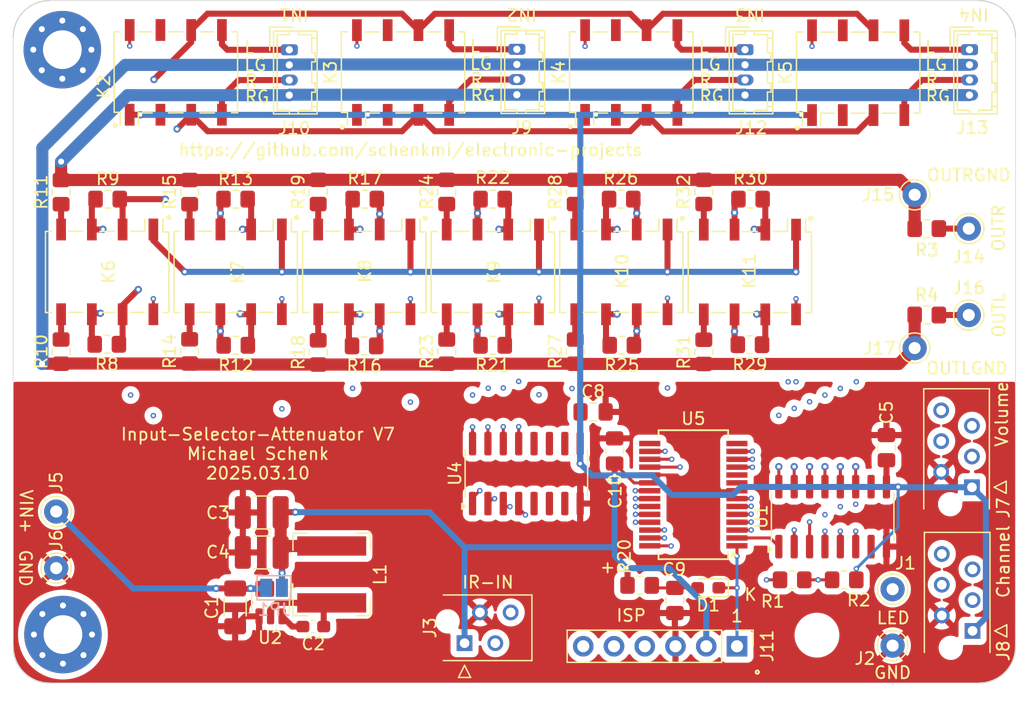
<source format=kicad_pcb>
(kicad_pcb (version 20241229) (generator "pcbnew") (generator_version "9.0")
  (layers (0 "F.Cu" mixed) (4 "In1.Cu" signal) (6 "In2.Cu" signal) (2 "B.Cu" mixed) (13 "F.Paste" user) (15 "B.Paste" user) (5 "F.SilkS" user "F.Silkscreen") (7 "B.SilkS" user "B.Silkscreen") (1 "F.Mask" user) (3 "B.Mask" user) (25 "Edge.Cuts" user))
  (net 0 "")
  (net 1 "GND")
  (net 2 "+5V")
  (net 3 "/VIN")
  (net 4 "/SWOUT")
  (net 5 "RC0{slash}CHA")
  (net 6 "Net-(J1-Pin_1)")
  (net 7 "RC2{slash}SW")
  (net 9 "GND1")
  (net 10 "GND2")
  (net 11 "Net-(K2-Pad3)")
  (net 12 "RC5{slash}CHA")
  (net 13 "RC7{slash}SW")
  (net 15 "Net-(J10-Pin_1)")
  (net 16 "Net-(J10-Pin_3)")
  (net 18 "Net-(J14-Pin_1)")
  (net 19 "Net-(K2-Pad6)")
  (net 20 "Net-(J16-Pin_1)")
  (net 21 "Net-(K6-Pad3)")
  (net 22 "Net-(J9-Pin_1)")
  (net 23 "Net-(J9-Pin_3)")
  (net 24 "Net-(J12-Pin_1)")
  (net 25 "Net-(J12-Pin_3)")
  (net 26 "Net-(J13-Pin_1)")
  (net 27 "Net-(J13-Pin_3)")
  (net 28 "ICSPDAT")
  (net 29 "ICSPCLK")
  (net 30 "Net-(U4-O1)")
  (net 31 "Net-(U4-O2)")
  (net 32 "Net-(U4-O3)")
  (net 41 "Net-(K7-Pad3)")
  (net 42 "Net-(K6-Pad4)")
  (net 43 "Net-(K6-Pad5)")
  (net 44 "Net-(K6-Pad6)")
  (net 45 "Net-(U4-O4)")
  (net 46 "Net-(K7-Pad6)")
  (net 47 "Net-(K7-Pad4)")
  (net 48 "Net-(K7-Pad5)")
  (net 49 "Net-(U1-O1)")
  (net 50 "Net-(K8-Pad4)")
  (net 51 "Net-(K8-Pad5)")
  (net 52 "Net-(U1-O2)")
  (net 53 "Net-(K9-Pad4)")
  (net 54 "Net-(K9-Pad5)")
  (net 55 "Net-(K8-Pad3)")
  (net 56 "Net-(K8-Pad6)")
  (net 57 "Net-(U1-O3)")
  (net 58 "Net-(K10-Pad4)")
  (net 59 "Net-(K10-Pad5)")
  (net 60 "Net-(K10-Pad7)")
  (net 61 "Net-(U1-O4)")
  (net 62 "Net-(K10-Pad6)")
  (net 63 "Net-(K11-Pad4)")
  (net 64 "Net-(K11-Pad5)")
  (net 65 "Net-(U1-O5)")
  (net 66 "Net-(U1-O6)")
  (net 67 "Net-(U5-RB5)")
  (net 70 "Net-(U4-I1)")
  (net 71 "Net-(U4-I2)")
  (net 72 "Net-(U4-I3)")
  (net 73 "ATT_0")
  (net 74 "ATT_1")
  (net 75 "ATT_2")
  (net 76 "ATT_3")
  (net 77 "ATT_4")
  (net 78 "ATT_5")
  (net 79 "Net-(U4-I4)")
  (net 86 "Net-(K10-Pad2)")
  (net 87 "Net-(U2-BST)")
  (net 92 "Net-(D1-A)")
  (net 93 "RC1{slash}CHB")
  (net 94 "RC6{slash}CHB")
  (net 95 "Net-(D1-K)")
  (net 97 "RB4{slash}IRIN")
  (net 98 "Net-(K10-Pad3)")
  (footprint "Capacitor_SMD:C_0603_1608Metric_Pad1.08x0.95mm_HandSolder" (layer "F.Cu") (at 141.6315 110.1344 180)
    (property "Reference" "C2")
    (property "Value" "100nF/50V/X7R")
  )
  (footprint "Capacitor_SMD:C_1210_3225Metric_Pad1.33x2.70mm_HandSolder" (layer "F.Cu") (at 137.3755 100.711 180)
    (property "Reference" "C3")
    (property "Value" "22uF/25V/X7R")
  )
  (footprint "Capacitor_SMD:C_0805_2012Metric_Pad1.18x1.45mm_HandSolder" (layer "F.Cu") (at 188.976 95.3555 -90)
    (property "Reference" "C5")
    (property "Value" "100nF")
  )
  (footprint "MountingHole:MountingHole_3.2mm_M3" (layer "F.Cu") (at 186.7408 80.772)
    (property "Reference" "H2" (hide yes))
    (property "Value" "MountingHole")
  )
  (footprint "MountingHole:MountingHole_3.2mm_M3" (layer "F.Cu") (at 183.2356 110.8456)
    (property "Reference" "H3" (hide yes))
    (property "Value" "MountingHole")
  )
  (footprint "MountingHole:MountingHole_3.2mm_M3_Pad_Via" (layer "F.Cu") (at 120.9548 110.7948)
    (property "Reference" "H4" (hide yes))
    (property "Value" "MountingHole")
  )
  (footprint "Connector_Pin:Pin_D1.0mm_L10.0mm" (layer "F.Cu") (at 189.484 107.047482)
    (property "Reference" "J1")
    (property "Value" "LED")
  )
  (footprint "Connector_Pin:Pin_D1.0mm_L10.0mm" (layer "F.Cu") (at 189.484 111.7092)
    (property "Reference" "J2")
    (property "Value" "GND")
  )
  (footprint "Connector_Pin:Pin_D1.0mm_L10.0mm" (layer "F.Cu") (at 120.396 100.6348 -90)
    (property "Reference" "J5")
    (property "Value" "+VIN")
  )
  (footprint "Connector_Pin:Pin_D1.0mm_L10.0mm" (layer "F.Cu") (at 120.396 105.3084 -90)
    (property "Reference" "J6")
    (property "Value" "GND")
  )
  (footprint "Connector_Pin:Pin_D1.0mm_L10.0mm" (layer "F.Cu") (at 195.776364 77.263242)
    (property "Reference" "J14")
    (property "Value" "OUT_R")
  )
  (footprint "Connector_Pin:Pin_D1.0mm_L10.0mm" (layer "F.Cu") (at 191.306062 74.469242)
    (property "Reference" "J15")
    (property "Value" "OUT_GNDR")
  )
  (footprint "Connector_Pin:Pin_D1.0mm_L10.0mm" (layer "F.Cu") (at 195.776364 84.402499)
    (property "Reference" "J16")
    (property "Value" "OUT_L")
  )
  (footprint "Connector_Pin:Pin_D1.0mm_L10.0mm" (layer "F.Cu") (at 191.306062 87.131767)
    (property "Reference" "J17")
    (property "Value" "OUT_GNDL")
  )
  (footprint "Relay_SMD:Relay_DPDT_Omron_G6K-2F" (layer "F.Cu") (at 130.2766 64.3584 90)
    (property "Reference" "K2")
    (property "Value" "G6K-2F DC5")
  )
  (footprint "Relay_SMD:Relay_DPDT_Omron_G6K-2F" (layer "F.Cu") (at 149.0472 64.3688 90)
    (property "Reference" "K3")
    (property "Value" "G6K-2F DC5")
  )
  (footprint "Relay_SMD:Relay_DPDT_Omron_G6K-2F" (layer "F.Cu") (at 167.894 64.3688 90)
    (property "Reference" "K4")
    (property "Value" "G6K-2F DC5")
  )
  (footprint "Relay_SMD:Relay_DPDT_Omron_G6K-2F" (layer "F.Cu") (at 186.6392 64.3838 90)
    (property "Reference" "K5")
    (property "Value" "G6K-2F DC5")
  )
  (footprint "Resistor_SMD:R_0805_2012Metric_Pad1.20x1.40mm_HandSolder" (layer "F.Cu") (at 181.1876 106.2736)
    (property "Reference" "R1")
    (property "Value" "330R")
  )
  (footprint "Resistor_SMD:R_0805_2012Metric_Pad1.20x1.40mm_HandSolder" (layer "F.Cu") (at 185.4868 106.2736 180)
    (property "Reference" "R2")
    (property "Value" "330R")
  )
  (footprint "Resistor_SMD:R_0805_2012Metric_Pad1.20x1.40mm_HandSolder" (layer "F.Cu") (at 192.305964 84.402499)
    (property "Reference" "R4")
    (property "Value" "10k/0.1%")
  )
  (footprint "MountingHole:MountingHole_3.2mm_M3_Pad_Via" (layer "F.Cu") (at 120.904 62.484)
    (property "Reference" "H1" (hide yes))
    (property "Value" "MountingHole")
  )
  (footprint "Resistor_SMD:R_0805_2012Metric_Pad1.20x1.40mm_HandSolder" (layer "F.Cu") (at 192.305964 77.263242)
    (property "Reference" "R3")
    (property "Value" "10k/0.1%")
  )
  (footprint "Package_SO:SOIC-16_3.9x9.9mm_P1.27mm" (layer "F.Cu") (at 159.2326 97.4994 90)
    (property "Reference" "U4")
    (property "Value" "ULN2003A")
  )
  (footprint "Package_TO_SOT_SMD:TSOT-23-6" (layer "F.Cu") (at 138.1053 108.1532 -90)
    (property "Reference" "U2")
    (property "Value" "AP63205WU")
  )
  (footprint "Capacitor_SMD:C_1210_3225Metric_Pad1.33x2.70mm_HandSolder" (layer "F.Cu") (at 137.3755 104.013 180)
    (property "Reference" "C4")
    (property "Value" "22uF/25V/X7R")
  )
  (footprint "Package_SO:SOIC-16_3.9x9.9mm_P1.27mm" (layer "F.Cu") (at 184.531 101.0554 90)
    (property "Reference" "U1")
    (property "Value" "ULN2003A")
  )
  (footprint "Connector_TE-Connectivity:TE_Micro-MaTch_215079-6_2x03_P1.27mm_Vertical" (layer "F.Cu") (at 196.0372 98.6282 180)
    (property "Reference" "J7")
    (property "Value" "TE MicroMatch")
  )
  (footprint "Resistor_SMD:R_0805_2012Metric_Pad1.20x1.40mm_HandSolder" (layer "F.Cu") (at 135.2296 86.9 180)
    (property "Reference" "R12")
    (property "Value" "2.94k/0.1%")
  )
  (footprint "Capacitor_SMD:C_0805_2012Metric_Pad1.18x1.45mm_HandSolder" (layer "F.Cu") (at 164.7444 92.4052)
    (property "Reference" "C8")
    (property "Value" "100nF")
  )
  (footprint "Resistor_SMD:R_0805_2012Metric_Pad1.20x1.40mm_HandSolder" (layer "F.Cu") (at 156.448 74.8284 180)
    (property "Reference" "R22")
    (property "Value" "7.5k/0.1%")
  )
  (footprint "Connector_Hirose:Hirose_DF13-04P-1.25DSA_1x04_P1.25mm_Vertical" (layer "F.Cu") (at 139.6492 62.4932 -90)
    (property "Reference" "J10")
    (property "Value" "Conn_01x04")
  )
  (footprint "Resistor_SMD:R_0805_2012Metric_Pad1.20x1.40mm_HandSolder" (layer "F.Cu") (at 135.2136 74.8284 180)
    (property "Reference" "R13")
    (property "Value" "2.94k/0.1%")
  )
  (footprint "Relay_SMD:Relay_DPDT_Omron_G6K-2F" (layer "F.Cu") (at 177.6984 80.8496 -90)
    (property "Reference" "K11")
    (property "Value" "G6K-2F DC5")
  )
  (footprint "Resistor_SMD:R_0805_2012Metric_Pad1.20x1.40mm_HandSolder" (layer "F.Cu") (at 173.8884 87.4428 90)
    (property "Reference" "R31")
    (property "Value" "40.2R/0.1%")
  )
  (footprint "Resistor_SMD:R_0805_2012Metric_Pad1.20x1.40mm_HandSolder" (layer "F.Cu") (at 167.116 86.9 180)
    (property "Reference" "R25")
    (property "Value" "9.31k/0.1%")
  )
  (footprint "Resistor_SMD:R_0805_2012Metric_Pad1.20x1.40mm_HandSolder" (layer "F.Cu") (at 131.4196 87.4052 90)
    (property "Reference" "R14")
    (property "Value" "24.3k/0.1%")
  )
  (footprint "Resistor_SMD:R_0805_2012Metric_Pad1.20x1.40mm_HandSolder" (layer "F.Cu") (at 145.8816 74.8284 180)
    (property "Reference" "R17")
    (property "Value" "4.99k/0.1%")
  )
  (footprint "Resistor_SMD:R_0805_2012Metric_Pad1.20x1.40mm_HandSolder" (layer "F.Cu") (at 124.5776 86.8172 180)
    (property "Reference" "R8")
    (property "Value" "1.58k/0.1%")
  )
  (footprint "Relay_SMD:Relay_DPDT_Omron_G6K-2F" (layer "F.Cu") (at 124.6124 80.836 -90)
    (property "Reference" "K6")
    (property "Value" "G6K-2F DC5")
  )
  (footprint "Resistor_SMD:R_0805_2012Metric_Pad1.20x1.40mm_HandSolder" (layer "F.Cu") (at 177.6984 86.8492 180)
    (property "Reference" "R29")
    (property "Value" "10k/0.1%")
  )
  (footprint "Relay_SMD:Relay_DPDT_Omron_G6K-2F" (layer "F.Cu") (at 135.2296 80.8308 -90)
    (property "Reference" "K7")
    (property "Value" "G6K-2F DC5")
  )
  (footprint "Capacitor_SMD:C_0805_2012Metric_Pad1.18x1.45mm_HandSolder" (layer "F.Cu") (at 166.5224 95.6271 90)
    (property "Reference" "C10")
    (property "Value" "100nF")
  )
  (footprint "Capacitor_SMD:C_1206_3216Metric_Pad1.33x1.80mm_HandSolder" (layer "F.Cu") (at 135.1788 108.5473 -90)
    (property "Reference" "C1")
    (property "Value" "10uF/50V/X7R")
  )
  (footprint "Resistor_SMD:R_0805_2012Metric_Pad1.20x1.40mm_HandSolder" (layer "F.Cu") (at 177.7492 74.8284 180)
    (property "Reference" "R30")
    (property "Value" "10k/0.1%")
  )
  (footprint "Resistor_SMD:R_0805_2012Metric_Pad1.20x1.40mm_HandSolder" (layer "F.Cu") (at 120.8024 74.248 90)
    (property "Reference" "R11")
    (property "Value" "53.6k/0.1%")
  )
  (footprint "Resistor_SMD:R_0805_2012Metric_Pad1.20x1.40mm_HandSolder" (layer "F.Cu") (at 167.0652 74.8284 180)
    (property "Reference" "R26")
    (property "Value" "9.31k/0.1%")
  )
  (footprint "Connector_Hirose:Hirose_DF13-04P-1.25DSA_1x04_P1.25mm_Vertical" (layer "F.Cu") (at 158.4452 62.4532 -90)
    (property "Reference" "J9")
    (property "Value" "Conn_01x04")
  )
  (footprint "Resistor_SMD:R_0805_2012Metric_Pad1.20x1.40mm_HandSolder" (layer "F.Cu") (at 145.8308 86.9508 180)
    (property "Reference" "R16")
    (property "Value" "4.99k/0.1%")
  )
  (footprint "Resistor_SMD:R_0805_2012Metric_Pad1.20x1.40mm_HandSolder" (layer "F.Cu") (at 163.2712 87.424 90)
    (property "Reference" "R27")
    (property "Value" "681R/0.1%")
  )
  (footprint "Resistor_SMD:R_0805_2012Metric_Pad1.20x1.40mm_HandSolder" (layer "F.Cu") (at 131.4196 74.248 90)
    (property "Reference" "R15")
    (property "Value" "24.3k/0.1%")
  )
  (footprint "Inductor_SMD:L_Bourns-SRN6028" (layer "F.Cu") (at 143.1544 105.8296 90)
    (property "Reference" "L1")
    (property "Value" "4.7uH")
  )
  (footprint "Diode_SMD:D_0603_1608Metric_Pad1.05x0.95mm_HandSolder" (layer "F.Cu") (at 174.2554 106.934 180)
    (property "Reference" "D1")
    (property "Value" "TS4148RCG")
  )
  (footprint "Resistor_SMD:R_0805_2012Metric_Pad1.20x1.40mm_HandSolder" (layer "F.Cu") (at 156.448 86.9 180)
    (property "Reference" "R21")
    (property "Value" "7.5k/0.1%")
  )
  (footprint "Resistor_SMD:R_0805_2012Metric_Pad1.20x1.40mm_HandSolder" (layer "F.Cu") (at 124.6472 74.8284 180)
    (property "Reference" "R9")
    (property "Value" "1.58k/0.1%")
  )
  (footprint "Resistor_SMD:R_0805_2012Metric_Pad1.20x1.40mm_HandSolder" (layer "F.Cu") (at 120.8024 87.424 90)
    (property "Reference" "R10")
    (property "Value" "53.6k/0.1%")
  )
  (footprint "Resistor_SMD:R_0805_2012Metric_Pad1.20x1.40mm_HandSolder" (layer "F.Cu") (at 152.654 74.2348 90)
    (property "Reference" "R24")
    (property "Value" "3.32k/0.1%")
  )
  (footprint "Connector_TE-Connectivity:TE_Micro-MaTch_215079-6_2x03_P1.27mm_Vertical" (layer "F.Cu") (at 196.088 110.49 180)
    (property "Reference" "J8")
    (property "Value" "TE MicroMatch")
  )
  (footprint "Resistor_SMD:R_0805_2012Metric_Pad1.20x1.40mm_HandSolder" (layer "F.Cu") (at 163.2712 74.2348 90)
    (property "Reference" "R28")
    (property "Value" "681R/0.1%")
  )
  (footprint "Resistor_SMD:R_0805_2012Metric_Pad1.20x1.40mm_HandSolder" (layer "F.Cu") (at 152.654 87.424 90)
    (property "Reference" "R23")
    (property "Value" "3.32k/0.1%")
  )
  (footprint "Resistor_SMD:R_0805_2012Metric_Pad1.20x1.40mm_HandSolder" (layer "F.Cu") (at 142.039092 74.2348 90)
    (property "Reference" "R19")
    (property "Value" "10k/0.1%")
  )
  (footprint "Resistor_SMD:R_0805_2012Metric_Pad1.20x1.40mm_HandSolder" (layer "F.Cu") (at 168.5892 106.7308)
    (property "Reference" "R20")
    (property "Value" "4.7k")
  )
  (footprint "Connector_Hirose:Hirose_DF13-04P-1.25DSA_1x04_P1.25mm_Vertical" (layer "F.Cu") (at 195.834 62.484 -90)
    (property "Reference" "J13")
    (property "Value" "Conn_01x04")
  )
  (footprint "Relay_SMD:Relay_DPDT_Omron_G6K-2F" (layer "F.Cu") (at 167.0812 80.836 -90)
    (property "Reference" "K10")
    (property "Value" "G6K-2F DC5")
  )
  (footprint "Capacitor_SMD:C_0805_2012Metric_Pad1.18x1.45mm_HandSolder" (layer "F.Cu") (at 171.5008 107.9793 -90)
    (property "Reference" "C9")
    (property "Value" "10nF")
  )
  (footprint "Resistor_SMD:R_0805_2012Metric_Pad1.20x1.40mm_HandSolder" (layer "F.Cu") (at 142.039092 87.4908 90)
    (property "Reference" "R18")
    (property "Value" "10k/0.1%")
  )
  (footprint "Relay_SMD:Relay_DPDT_Omron_G6K-2F" (layer "F.Cu") (at 156.464 80.8412 -90)
    (property "Reference" "K9")
    (property "Value" "G6K-2F DC5")
  )
  (footprint "Resistor_SMD:R_0805_2012Metric_Pad1.20x1.40mm_HandSolder" (layer "F.Cu") (at 173.8884 74.2348 90)
    (property "Reference" "R32")
    (property "Value" "40.2R/0.1%")
  )
  (footprint "Relay_SMD:Relay_DPDT_Omron_G6K-2F" (layer "F.Cu") (at 145.849092 80.836 -90)
    (property "Reference" "K8")
    (property "Value" "G6K-2F DC5")
  )
  (footprint "Connector_TE-Connectivity:TE_Micro-MaTch_215079-4_2x02_P1.27mm_Vertical" (layer "F.Cu") (at 154.1272 111.506 90)
    (property "Reference" "J3")
    (property "Value" "TE MicroMatch")
  )
  (footprint "Connector_PinHeader_2.54mm:PinHeader_1x06_P2.54mm_Vertical" (layer "F.Cu") (at 176.6316 111.76 -90)
    (property "Reference" "J11")
    (property "Value" "Conn_01x06_Male")
  )
  (footprint "Connector_Hirose:Hirose_DF13-04P-1.25DSA_1x04_P1.25mm_Vertical" (layer "F.Cu") (at 177.292 62.484 -90)
    (property "Reference" "J12")
    (property "Value" "Conn_01x04")
  )
  (footprint "Package_SO:SSOP-28_5.3x10.2mm_P0.65mm" (layer "F.Cu") (at 173.0248 99.2408 180)
    (property "Reference" "U5")
    (property "Value" "PIC16F18056-I/SS")
  )
  (footprint "Jumper:SolderJumper-2_P1.3mm_Open_Pad1.0x1.5mm" (layer "B.Cu") (at 138.3896 106.934)
    (property "Reference" "JP1")
    (property "Value" "SolderJumper_2_Open")
  )
  (gr_line (start 116.850329 111.797671) (end 116.850328 61.430328) (stroke (width 0.05)) (layer "Edge.Cuts"))
  (gr_line (start 196.63368 114.79768) (end 119.850329 114.797671) (stroke (width 0.05)) (layer "Edge.Cuts"))
  (gr_arc (start 199.63368 111.79768) (mid 198.755 113.919) (end 196.63368 114.79768) (stroke (width 0.1)) (layer "Edge.Cuts"))
  (gr_line (start 199.633674 61.430326) (end 199.63368 111.79768) (stroke (width 0.05)) (layer "Edge.Cuts"))
  (gr_arc (start 119.850329 114.797671) (mid 117.729 113.919) (end 116.850329 111.797671) (stroke (width 0.1)) (layer "Edge.Cuts"))
  (gr_arc (start 196.633674 58.430326) (mid 198.755 59.309) (end 199.633674 61.430326) (stroke (width 0.1)) (layer "Edge.Cuts"))
  (gr_arc (start 116.850328 61.430328) (mid 117.729 59.309) (end 119.850328 58.430328) (stroke (width 0.1)) (layer "Edge.Cuts"))
  (gr_line (start 119.850328 58.430328) (end 196.633674 58.430326) (stroke (width 0.05)) (layer "Edge.Cuts"))
  (gr_text "OUTL" (at 198.265564 84.402499 90) (layer "F.SilkS") (effects (font (size 1 1))))
  (gr_text "VIN+" (at 117.9068 100.6348 270) (layer "F.SilkS") (effects (font (size 1 1))))
  (gr_text "GND" (at 117.856 105.3084 -90) (layer "F.SilkS") (effects (font (size 1 1))))
  (gr_text "GND" (at 189.484 113.9444 0) (layer "F.SilkS") (effects (font (size 1 1))))
  (gr_text "OUTLGND" (at 195.6308 88.7984 0) (layer "F.SilkS") (effects (font (size 1 1))))
  (gr_text "OUTRGND" (at 195.7832 72.8472 0) (layer "F.SilkS") (effects (font (size 1 1))))
  (gr_text "Input-Selector-Attenuator V7\nMichael Schenk\n2025.03.10" (at 137.0584 95.8596 0) (layer "F.SilkS") (effects (font (size 1 1))))
  (gr_text "LED" (at 189.5348 109.4232 0) (layer "F.SilkS") (effects (font (size 1 1))))
  (gr_text "IN2" (at 158.849918 59.5884 180) (layer "F.SilkS") (effects (font (size 1 1))))
  (gr_text "Volume" (at 198.501 92.583 90) (layer "F.SilkS") (effects (font (size 1 1))))
  (gr_text "https://github.com/schenkmi/electronic-projects" (at 149.6568 70.7644 0) (layer "F.SilkS") (effects (font (size 1 1))))
  (gr_text "°" (at 129.6924 76.7588 0) (layer "F.SilkS") (effects (font (size 1 1))))
  (gr_text "L" (at 173.3804 62.8396 0) (layer "F.SilkS") (effects (font (size 1 1)) (justify left bottom)))
  (gr_text "R" (at 192.1256 65.5828 0) (layer "F.SilkS") (effects (font (size 1 1)) (justify left bottom)))
  (gr_text "°" (at 140.2588 76.7588 0) (layer "F.SilkS") (effects (font (size 1 1))))
  (gr_text "R" (at 135.89 65.6336 0) (layer "F.SilkS") (effects (font (size 1 1)) (justify left bottom)))
  (gr_text "°" (at 172.1104 76.8096 0) (layer "F.SilkS") (effects (font (size 1 1))))
  (gr_text "°" (at 162.8648 69.2404 0) (layer "F.SilkS") (effects (font (size 1 1))))
  (gr_text "LG" (at 154.4828 64.2112 0) (layer "F.SilkS") (effects (font (size 1 1)) (justify left bottom)))
  (gr_text "°" (at 181.61 69.342 0) (layer "F.SilkS") (effects (font (size 1 1))))
  (gr_text "°" (at 161.4932 76.8096 0) (layer "F.SilkS") (effects (font (size 1 1))))
  (gr_text "L" (at 192.0748 62.8396 0) (layer "F.SilkS") (effects (font (size 1 1)) (justify left bottom)))
  (gr_text "R" (at 154.5336 65.532 0) (layer "F.SilkS") (effects (font (size 1 1)) (justify left bottom)))
  (gr_text "RG" (at 192.1256 66.9036 0) (layer "F.SilkS") (effects (font (size 1 1)) (justify left bottom)))
  (gr_text "1" (at 176.6316 109.2708 0) (layer "F.SilkS") (effects (font (size 1 1))))
  (gr_text "Channel" (at 198.628 104.775 90) (layer "F.SilkS") (effects (font (size 1 1))))
  (gr_text "°" (at 150.876 76.8096 0) (layer "F.SilkS") (effects (font (size 1 1))))
  (gr_text "IR-IN" (at 156.0576 106.4768 0) (layer "F.SilkS") (effects (font (size 1 1))))
  (gr_text "L" (at 135.8392 62.8904 0) (layer "F.SilkS") (effects (font (size 1 1)) (justify left bottom)))
  (gr_text "LG" (at 135.8392 64.3128 0) (layer "F.SilkS") (effects (font (size 1 1)) (justify left bottom)))
  (gr_text "LG" (at 173.3804 64.262 0) (layer "F.SilkS") (effects (font (size 1 1)) (justify left bottom)))
  (gr_text "°" (at 178.308 114.3 0) (layer "F.SilkS") (effects (font (size 1 1))))
  (gr_text "°" (at 144.018 69.2912 0) (layer "F.SilkS") (effects (font (size 1 1))))
  (gr_text "L" (at 154.4828 62.7888 0) (layer "F.SilkS") (effects (font (size 1 1)) (justify left bottom)))
  (gr_text "°" (at 182.7276 76.8096 0) (layer "F.SilkS") (effects (font (size 1 1))))
  (gr_text "ISP" (at 167.894 109.22 0) (layer "F.SilkS") (effects (font (size 1 1))))
  (gr_text "R" (at 173.4312 65.5828 0) (layer "F.SilkS") (effects (font (size 1 1)) (justify left bottom)))
  (gr_text "IN1" (at 140.0048 59.5884 180) (layer "F.SilkS") (effects (font (size 1 1))))
  (gr_text "K" (at 177.7492 107.4928 0) (layer "F.SilkS") (effects (font (size 1 1))))
  (gr_text "LG" (at 192.0748 64.262 0) (layer "F.SilkS") (effects (font (size 1 1)) (justify left bottom)))
  (gr_text "+" (at 165.227 105.791 0) (layer "F.SilkS") (effects (font (size 1 1)) (justify left bottom)))
  (gr_text "RG" (at 154.5336 66.8528 0) (layer "F.SilkS") (effects (font (size 1 1)) (justify left bottom)))
  (gr_text "IN3" (at 177.699436 59.5884 180) (layer "F.SilkS") (effects (font (size 1 1))))
  (gr_text "°" (at 125.2728 69.1388 0) (layer "F.SilkS") (effects (font (size 1 1))))
  (gr_text "IN4" (at 196.1896 59.5884 180) (layer "F.SilkS") (effects (font (size 1 1))))
  (gr_text "RG" (at 135.89 66.9544 0) (layer "F.SilkS") (effects (font (size 1 1)) (justify left bottom)))
  (gr_text "OUTR" (at 198.214764 77.212442 90) (layer "F.SilkS") (effects (font (size 1 1))))
  (gr_text "RG" (at 173.4312 66.9036 0) (layer "F.SilkS") (effects (font (size 1 1)) (justify left bottom)))
  (segment (start 172.9822 98.9158) (end 171.6822 97.6158) (width 0.25) (layer "F.Cu") (net 1))
  (segment (start 137.1553 109.2907) (end 135.9979 109.2907) (width 0.5) (layer "F.Cu") (net 1))
  (segment (start 137.1553 110.5361) (end 138.0744 111.4552) (width 0.5) (layer "F.Cu") (net 1))
  (segment (start 176.6248 98.9158) (end 172.9822 98.9158) (width 0.25) (layer "F.Cu") (net 1))
  (segment (start 169.4248 97.6158) (end 171.6822 97.6158) (width 0.25) (layer "F.Cu") (net 1))
  (segment (start 135.9979 109.2907) (end 135.1788 110.1098) (width 0.5) (layer "F.Cu") (net 1))
  (segment (start 137.1553 109.2907) (end 137.1553 110.5361) (width 0.5) (layer "F.Cu") (net 1))
  (segment (start 169.4248 98.2658) (end 168.1236 98.2658) (width 0.25) (layer "F.Cu") (net 2))
  (segment (start 188.976 98.5804) (end 188.976 96.393) (width 0.5) (layer "F.Cu") (net 2))
  (segment (start 170.8912 80.8228) (end 170.878 80.836) (width 0.5) (layer "F.Cu") (net 2))
  (segment (start 139.0396 80.836) (end 139.0396 77.3308) (width 0.5) (layer "F.Cu") (net 2))
  (segment (start 181.5084 80.8228) (end 181.4952 80.836) (width 0.5) (layer "F.Cu") (net 2))
  (segment (start 145.2372 67.8688) (end 146.1516 67.8688) (width 0.5) (layer "F.Cu") (net 2))
  (segment (start 149.659092 80.833708) (end 149.6568 80.836) (width 0.5) (layer "F.Cu") (net 2))
  (segment (start 139.0553 105.7148) (end 139.0553 104.1303) (width 0.5) (layer "F.Cu") (net 2))
  (segment (start 181.5084 77.3496) (end 181.5084 80.8228) (width 0.5) (layer "F.Cu") (net 2))
  (segment (start 128.4224 78.2452) (end 131.0132 80.836) (width 0.5) (layer "F.Cu") (net 2))
  (segment (start 186.4868 106.2736) (end 186.4868 105.3592) (width 0.25) (layer "F.Cu") (net 2))
  (segment (start 168.1236 98.2658) (end 166.5224 96.6646) (width 0.25) (layer "F.Cu") (net 2))
  (segment (start 143.1544 103.4796) (end 139.4714 103.4796) (width 1) (layer "F.Cu") (net 2))
  (segment (start 128.4224 77.336) (end 128.4224 78.2452) (width 0.5) (layer "F.Cu") (net 2))
  (segment (start 170.8912 77.336) (end 170.8912 80.8228) (width 0.5) (layer "F.Cu") (net 2))
  (segment (start 149.659092 77.336) (end 149.659092 80.833708) (width 0.5) (layer "F.Cu") (net 2))
  (segment (start 127.3452 67.8584) (end 127.3556 67.8688) (width 0.5) (layer "F.Cu") (net 2))
  (segment (start 181.9298 67.8838) (end 181.9148 67.8688) (width 0.5) (layer "F.Cu") (net 2))
  (segment (start 139.0553 107.0157) (end 139.0553 105.7148) (width 0.5) (layer "F.Cu") (net 2))
  (segment (start 140.1572 100.6856) (end 138.9634 100.6856) (width 0.5) (layer "F.Cu") (net 2))
  (segment (start 160.274 80.836) (end 160.274 77.3412) (width 0.5) (layer "F.Cu") (net 2))
  (segment (start 139.0553 104.1303) (end 138.938 104.013) (width 0.5) (layer "F.Cu") (net 2))
  (segment (start 138.938 104.013) (end 138.938 100.711) (width 1) (layer "F.Cu") (net 2))
  (segment (start 163.6776 95.0244) (end 163.6776 96.6724) (width 0.5) (layer "F.Cu") (net 2))
  (segment (start 164.084 67.8688) (end 164.9984 67.8688) (width 0.5) (layer "F.Cu") (net 2))
  (segment (start 138.9634 100.6856) (end 138.938 100.711) (width 0.5) (layer "F.Cu") (net 2))
  (segment (start 166.5224 96.6646) (end 166.5224 97.6511) (width 0.5) (layer "F.Cu") (net 2))
  (segment (start 167.5892 106.7308) (end 167.5892 105.3592) (width 0.5) (layer "F.Cu") (net 2))
  (segment (start 189.9412 98.6028) (end 188.9984 98.6028) (width 0.5) (layer "F.Cu") (net 2))
  (segment (start 167.5892 105.3592) (end 167.5384 105.3084) (width 0.5) (layer "F.Cu") (net 2))
  (segment (start 139.4714 103.4796) (end 138.938 104.013) (width 1) (layer "F.Cu") (net 2))
  (segment (start 126.4666 67.8584) (end 127.3452 67.8584) (width 0.5) (layer "F.Cu") (net 2))
  (segment (start 163.6776 95.0244) (end 163.6776 92.4345) (width 0.5) (layer "F.Cu") (net 2))
  (segment (start 182.8292 67.8838) (end 181.9298 67.8838) (width 0.5) (layer "F.Cu") (net 2))
  (via (at 160.274 80.836) (size 0.6) (drill 0.3) (layers "F.Cu" "B.Cu") (net 2))
  (via (at 163.6776 96.6724) (size 0.6) (drill 0.3) (layers "F.Cu" "B.Cu") (net 2))
  (via (at 167.5384 105.3084) (size 0.6) (drill 0.3) (layers "F.Cu" "B.Cu") (net 2))
  (via (at 170.878 80.836) (size 0.6) (drill 0.3) (layers "F.Cu" "B.Cu") (net 2))
  (via (at 189.9412 98.6028) (size 0.6) (drill 0.3) (layers "F.Cu" "B.Cu") (net 2))
  (via (at 131.0132 80.836) (size 0.6) (drill 0.3) (layers "F.Cu" "B.Cu") (net 2))
  (via (at 140.1572 100.6856) (size 0.6) (drill 0.3) (layers "F.Cu" "B.Cu") (net 2))
  (via (at 149.6568 80.836) (size 0.6) (drill 0.3) (layers "F.Cu" "B.Cu") (net 2))
  (via (at 186.4868 105.3592) (size 0.45) (drill 0.225) (layers "F.Cu" "B.Cu") (net 2))
  (via (at 166.5224 97.6511) (size 0.6) (drill 0.3) (layers "F.Cu" "B.Cu") (net 2))
  (via (at 139.0553 105.7148) (size 0.6) (drill 0.3) (layers "F.Cu" "B.Cu") (net 2))
  (via (at 127.3556 67.8688) (size 0.6) (drill 0.3) (layers "F.Cu" "B.Cu") (net 2))
  (via (at 139.0396 80.836) (size 0.6) (drill 0.3) (layers "F.Cu" "B.Cu") (net 2))
  (via (at 181.4952 80.836) (size 0.6) (drill 0.3) (layers "F.Cu" "B.Cu") (net 2))
  (via (at 181.9148 67.8688) (size 0.6) (drill 0.3) (layers "F.Cu" "B.Cu") (net 2))
  (via (at 146.1516 67.8688) (size 0.6) (drill 0.3) (layers "F.Cu" "B.Cu") (net 2))
  (via (at 164.9984 67.8688) (size 0.6) (drill 0.3) (layers "F.Cu" "B.Cu") (net 2))
  (segment (start 196.088 110.49) (end 197.188 109.39) (width 0.5) (layer "B.Cu") (net 2))
  (segment (start 189.9666 98.6282) (end 189.9412 98.6028) (width 0.5) (layer "B.Cu") (net 2))
  (segment (start 167.5384 105.3084) (end 170.9928 105.3084) (width 0.5) (layer "B.Cu") (net 2))
  (segment (start 166.5359 97.6376) (end 166.5224 97.6511) (width 0.5) (layer "B.Cu") (net 2))
  (segment (start 176.9364 98.6028) (end 176.276 99.2632) (width 0.5) (layer "B.Cu") (net 2))
  (segment (start 166.5224 104.2924) (end 167.5384 105.3084) (width 0.5) (layer "B.Cu") (net 2))
  (segment (start 163.6908 67.9328) (end 163.6268 67.8688) (width 0.5) (layer "B.Cu") (net 2))
  (segment (start 154.1272 103.5812) (end 151.2316 100.6856) (width 0.5) (layer "B.Cu") (net 2))
  (segment (start 189.9412 98.6028) (end 176.9364 98.6028) (width 0.5) (layer "B.Cu") (net 2))
  (segment (start 166.5224 103.5812) (end 166.5224 104.2924) (width 0.5) (layer "B.Cu") (net 2))
  (segment (start 186.4868 105.3592) (end 189.9412 101.9048) (width 0.25) (layer "B.Cu") (net 2))
  (segment (start 171.2468 99.2632) (end 169.6212 97.6376) (width 0.5) (layer "B.Cu") (net 2))
  (segment (start 149.6568 80.836) (end 160.274 80.836) (width 0.5) (layer "B.Cu") (net 2))
  (segment (start 163.6908 80.836) (end 170.878 80.836) (width 0.5) (layer "B.Cu") (net 2))
  (segment (start 139.0396 105.7305) (end 139.0553 105.7148) (width 0.5) (layer "B.Cu") (net 2))
  (segment (start 149.6568 80.836) (end 139.0396 80.836) (width 0.5) (layer "B.Cu") (net 2))
  (segment (start 139.0396 106.934) (end 139.0396 105.7305) (width 0.5) (layer "B.Cu") (net 2))
  (segment (start 163.6776 80.8492) (end 163.6908 80.836) (width 0.5) (layer "B.Cu") (net 2))
  (segment (start 164.9984 67.8688) (end 163.6268 67.8688) (width 0.5) (layer "B.Cu") (net 2))
  (segment (start 166.5224 97.6511) (end 166.5224 103.5812) (width 0.5) (layer "B.Cu") (net 2))
  (segment (start 174.0916 108.5088) (end 174.0916 111.76) (width 0.5) (layer "B.Cu") (net 2))
  (segment (start 151.2316 100.6856) (end 140.1572 100.6856) (width 0.5) (layer "B.Cu") (net 2))
  (segment (start 154.1272 103.5812) (end 166.5224 103.5812) (width 0.5) (layer "B.Cu") (net 2))
  (segment (start 169.6212 97.6376) (end 166.5359 97.6376) (width 0.5) (layer "B.Cu") (net 2))
  (segment (start 166.5224 97.6511) (end 164.6563 97.6511) (width 0.5) (layer "B.Cu") (net 2))
  (segment (start 174.1424 108.458) (end 174.0916 108.5088) (width 0.5) (layer "B.Cu") (net 2))
  (segment (start 170.878 80.836) (end 181.4952 80.836) (width 0.5) (layer "B.Cu") (net 2))
  (segment (start 139.0396 80.836) (end 131.0132 80.836) (width 0.5) (layer "B.Cu") (net 2))
  (segment (start 176.276 99.2632) (end 171.2468 99.2632) (width 0.5) (layer "B.Cu") (net 2))
  (segment (start 154.1272 111.506) (end 154.1272 103.5812) (width 0.5) (layer "B.Cu") (net 2))
  (segment (start 189.9412 101.9048) (end 189.9412 98.6028) (width 0.25) (layer "B.Cu") (net 2))
  (segment (start 163.6908 80.836) (end 163.6908 67.9328) (width 0.5) (layer "B.Cu") (net 2))
  (segment (start 160.274 80.836) (end 163.6908 80.836) (width 0.5) (layer "B.Cu") (net 2))
  (segment (start 127.3556 67.8688) (end 146.1516 67.8688) (width 0.5) (layer "B.Cu") (net 2))
  (segment (start 163.6268 67.8688) (end 146.1516 67.8688) (width 0.5) (layer "B.Cu") (net 2))
  (segment (start 181.9148 67.8688) (end 164.9984 67.8688) (width 0.5) (layer "B.Cu") (net 2))
  (segment (start 196.0372 98.6282) (end 189.9666 98.6282) (width 0.5) (layer "B.Cu") (net 2))
  (segment (start 164.6563 97.6511) (end 163.6776 96.6724) (width 0.5) (layer "B.Cu") (net 2))
  (segment (start 197.188 109.39) (end 197.188 99.779) (width 0.5) (layer "B.Cu") (net 2))
  (segment (start 170.9928 105.3084) (end 174.1424 108.458) (width 0.5) (layer "B.Cu") (net 2))
  (segment (start 197.188 99.779) (end 196.0372 98.6282) (width 0.5) (layer "B.Cu") (net 2))
  (segment (start 163.6776 96.6724) (end 163.6776 80.8492) (width 0.5) (layer "B.Cu") (net 2))
  (segment (start 135.1788 106.9848) (end 133.604 106.9848) (width 0.5) (layer "F.Cu") (net 3))
  (segment (start 135.2097 107.0157) (end 135.1788 106.9848) (width 0.5) (layer "F.Cu") (net 3))
  (segment (start 138.1053 107.0157) (end 135.2097 107.0157) (width 0.5) (layer "F.Cu") (net 3))
  (via (at 136.4488 106.9848) (size 0.6) (drill 0.3) (layers "F.Cu" "B.Cu") (net 3))
  (via (at 133.604 106.9848) (size 0.6) (drill 0.3) (layers "F.Cu" "B.Cu") (net 3))
  (segment (start 137.6888 106.9848) (end 137.7396 106.934) (width 0.5) (layer "B.Cu") (net 3))
  (segment (start 126.746 106.9848) (end 120.396 100.6348) (width 0.5) (layer "B.Cu") (net 3))
  (segment (start 136.4488 106.9848) (end 137.6888 106.9848) (width 0.5) (layer "B.Cu") (net 3))
  (segment (start 133.604 106.9848) (end 126.746 106.9848) (width 0.5) (layer "B.Cu") (net 3))
  (segment (start 142.494 110.1344) (end 142.494 108.84) (width 0.5) (layer "F.Cu") (net 4))
  (segment (start 143.1544 108.1796) (end 143.153 108.1782) (width 0.5) (layer "F.Cu") (net 4))
  (segment (start 142.494 108.84) (end 143.1544 108.1796) (width 0.5) (layer "F.Cu") (net 4))
  (segment (start 138.1053 108.725516) (end 138.1053 109.2907) (width 0.5) (layer "F.Cu") (net 4))
  (segment (start 138.652616 108.1782) (end 138.1053 108.725516) (width 0.5) (layer "F.Cu") (net 4))
  (segment (start 143.153 108.1782) (end 138.652616 108.1782) (width 0.5) (layer "F.Cu") (net 4))
  (segment (start 176.6248 96.9658) (end 177.8902 96.9658) (width 0.25) (layer "F.Cu") (net 5))
  (segment (start 177.8902 96.9658) (end 177.9016 96.9772) (width 0.25) (layer "F.Cu") (net 5))
  (via (at 177.9016 96.9772) (size 0.45) (drill 0.225) (layers "F.Cu" "B.Cu") (net 5))
  (segment (start 184.4868 106.2736) (end 183.3372 106.2736) (width 0.25) (layer "F.Cu") (net 6))
  (segment (start 183.3372 106.2736) (end 182.1876 106.2736) (width 0.25) (layer "F.Cu") (net 6))
  (via (at 183.3372 106.2736) (size 0.45) (drill 0.225) (layers "F.Cu" "B.Cu") (net 6))
  (segment (start 176.6248 95.6658) (end 177.8922 95.6658) (width 0.25) (layer "F.Cu") (net 7))
  (segment (start 177.8922 95.6658) (end 177.9016 95.6564) (width 0.25) (layer "F.Cu") (net 7))
  (via (at 177.9016 95.6564) (size 0.45) (drill 0.225) (layers "F.Cu" "B.Cu") (net 7))
  (segment (start 191.306062 87.131767) (end 191.306062 84.402597) (width 1) (layer "F.Cu") (net 9))
  (segment (start 152.654 88.424) (end 163.2712 88.424) (width 1) (layer "F.Cu") (net 9))
  (segment (start 173.8884 88.4428) (end 189.995029 88.4428) (width 1) (layer "F.Cu") (net 9))
  (segment (start 119.2464 88.424) (end 119.2276 88.4428) (width 1) (layer "F.Cu") (net 9))
  (segment (start 142.039092 88.4908) (end 152.5872 88.4908) (width 1) (layer "F.Cu") (net 9))
  (segment (start 189.995029 88.4428) (end 191.306062 87.131767) (width 1) (layer "F.Cu") (net 9))
  (segment (start 142.039092 88.4908) (end 131.5052 88.4908) (width 1) (layer "F.Cu") (net 9))
  (segment (start 131.4196 88.4052) (end 120.8212 88.4052) (width 1) (layer "F.Cu") (net 9))
  (segment (start 173.8884 88.4428) (end 163.29 88.4428) (width 1) (layer "F.Cu") (net 9))
  (segment (start 120.8024 88.424) (end 119.2464 88.424) (width 1) (layer "F.Cu") (net 9))
  (via (at 119.2276 88.4428) (size 1) (drill 0.5) (layers "F.Cu" "B.Cu") (net 9))
  (segment (start 126.0964 63.7432) (end 119.253 70.5866) (width 1) (layer "B.Cu") (net 9))
  (segment (start 158.4452 63.7032) (end 139.6892 63.7032) (width 1) (layer "B.Cu") (net 9))
  (segment (start 177.2612 63.7032) (end 177.292 63.734) (width 1) (layer "B.Cu") (net 9))
  (segment (start 119.253 88.4174) (end 119.2276 88.4428) (width 1) (layer "B.Cu") (net 9))
  (segment (start 139.6892 63.7032) (end 139.6492 63.7432) (width 1) (layer "B.Cu") (net 9))
  (segment (start 139.6492 63.7432) (end 126.0964 63.7432) (width 1) (layer "B.Cu") (net 9))
  (segment (start 158.4452 63.7032) (end 177.2612 63.7032) (width 1) (layer "B.Cu") (net 9))
  (segment (start 177.292 63.734) (end 195.834 63.734) (width 1) (layer "B.Cu") (net 9))
  (segment (start 119.253 70.5866) (end 119.253 88.4174) (width 1) (layer "B.Cu") (net 9))
  (segment (start 163.2712 73.2348) (end 173.8884 73.2348) (width 1) (layer "F.Cu") (net 10))
  (segment (start 191.305964 77.263242) (end 191.305964 74.46934) (width 1) (layer "F.Cu") (net 10))
  (segment (start 120.8024 73.248) (end 131.4196 73.248) (width 1) (layer "F.Cu") (net 10))
  (segment (start 131.4196 73.248) (end 142.025892 73.248) (width 1) (layer "F.Cu") (net 10))
  (segment (start 190.07162 73.2348) (end 191.306062 74.469242) (width 1) (layer "F.Cu") (net 10))
  (segment (start 120.8024 73.248) (end 120.8024 71.7296) (width 1) (layer "F.Cu") (net 10))
  (segment (start 142.039092 73.2348) (end 152.654 73.2348) (width 1) (layer "F.Cu") (net 10))
  (segment (start 173.8884 73.2348) (end 190.07162 73.2348) (width 1) (layer "F.Cu") (net 10))
  (segment (start 152.654 73.2348) (end 163.2712 73.2348) (width 1) (layer "F.Cu") (net 10))
  (via (at 120.8024 71.7296) (size 1) (drill 0.5) (layers "F.Cu" "B.Cu") (net 10))
  (segment (start 120.8024 71.7296) (end 126.2888 66.2432) (width 1) (layer "B.Cu") (net 10))
  (segment (start 158.4452 66.2032) (end 139.6892 66.2032) (width 1) (layer "B.Cu") (net 10))
  (segment (start 158.4452 66.2032) (end 177.2612 66.2032) (width 1) (layer "B.Cu") (net 10))
  (segment (start 126.2888 66.2432) (end 139.6492 66.2432) (width 1) (layer "B.Cu") (net 10))
  (segment (start 177.292 66.234) (end 195.834 66.234) (width 1) (layer "B.Cu") (net 10))
  (segment (start 177.2612 66.2032) (end 177.292 66.234) (width 1) (layer "B.Cu") (net 10))
  (segment (start 139.6892 66.2032) (end 139.6492 66.2432) (width 1) (layer "B.Cu") (net 10))
  (segment (start 131.5466 67.8688) (end 130.3782 69.0372) (width 0.5) (layer "F.Cu") (net 11))
  (segment (start 170.529 69.2338) (end 186.5592 69.2338) (width 0.5) (layer "F.Cu") (net 11))
  (segment (start 131.5466 67.8584) (end 132.907 69.2188) (width 0.5) (layer "F.Cu") (net 11))
  (segment (start 169.164 67.8688) (end 170.529 69.2338) (width 0.5) (layer "F.Cu") (net 11))
  (segment (start 167.814 69.2188) (end 169.164 67.8688) (width 0.5) (layer "F.Cu") (net 11))
  (segment (start 132.907 69.2188) (end 148.9672 69.2188) (width 0.5) (layer "F.Cu") (net 11))
  (segment (start 148.9672 69.2188) (end 150.3172 67.8688) (width 0.5) (layer "F.Cu") (net 11))
  (segment (start 151.6672 69.2188) (end 167.814 69.2188) (width 0.5) (layer "F.Cu") (net 11))
  (segment (start 125.8824 77.336) (end 125.8824 75.0636) (width 0.5) (layer "F.Cu") (net 11))
  (segment (start 186.5592 69.2338) (end 187.9092 67.8838) (width 0.5) (layer "F.Cu") (net 11))
  (segment (start 125.6472 74.8284) (end 129.413 74.8284) (width 0.5) (layer "F.Cu") (net 11))
  (segment (start 150.3172 67.8688) (end 151.6672 69.2188) (width 0.5) (layer "F.Cu") (net 11))
  (via (at 129.413 74.8284) (size 0.6) (drill 0.3) (layers "F.Cu" "B.Cu") (net 11))
  (via (at 130.3782 69.0372) (size 0.6) (drill 0.3) (layers "F.Cu" "B.Cu") (net 11))
  (segment (start 170.688 95.6564) (end 169.4342 95.6564) (width 0.25) (layer "F.Cu") (net 12))
  (via (at 170.688 95.6564) (size 0.45) (drill 0.225) (layers "F.Cu" "B.Cu") (net 12))
  (segment (start 169.4248 96.9658) (end 171.9186 96.9658) (width 0.25) (layer "F.Cu") (net 13))
  (segment (start 171.9186 96.9658) (end 171.926758 96.957642) (width 0.25) (layer "F.Cu") (net 13))
  (via (at 171.926758 96.957642) (size 0.45) (drill 0.225) (layers "F.Cu" "B.Cu") (net 13))
  (segment (start 134.0866 62.0522) (end 134.0866 60.8584) (width 0.5) (layer "F.Cu") (net 15))
  (segment (start 139.6492 62.4932) (end 134.5276 62.4932) (width 0.5) (layer "F.Cu") (net 15))
  (segment (start 134.5276 62.4932) (end 134.0866 62.0522) (width 0.5) (layer "F.Cu") (net 15))
  (segment (start 135.4636 64.9932) (end 139.6492 64.9932) (width 0.5) (layer "F.Cu") (net 16))
  (segment (start 134.0866 67.8584) (end 134.0866 66.3702) (width 0.5) (layer "F.Cu") (net 16))
  (segment (start 134.0866 66.3702) (end 135.4636 64.9932) (width 0.5) (layer "F.Cu") (net 16))
  (segment (start 195.776364 77.263242) (end 193.305964 77.263242) (width 0.5) (layer "F.Cu") (net 18))
  (segment (start 176.4284 77.3496) (end 176.4284 75.946) (width 0.5) (layer "F.Cu") (net 18))
  (segment (start 176.4284 75.946) (end 176.4284 75.1492) (width 0.5) (layer "F.Cu") (net 18))
  (via (at 176.4284 75.946) (size 0.6) (drill 0.3) (layers "F.Cu" "B.Cu") (net 18))
  (segment (start 131.5466 60.8584) (end 131.5466 61.8744) (width 0.5) (layer "F.Cu") (net 19))
  (segment (start 150.3172 60.8688) (end 151.6672 59.5188) (width 0.5) (layer "F.Cu") (net 19))
  (segment (start 131.5466 61.8744) (end 128.4732 64.9478) (width 0.5) (layer "F.Cu") (net 19))
  (segment (start 186.5442 59.5188) (end 187.9092 60.8838) (width 0.5) (layer "F.Cu") (net 19))
  (segment (start 125.8824 84.336) (end 125.8824 86.5124) (width 0.5) (layer "F.Cu") (net 19))
  (segment (start 170.514 59.5188) (end 186.5442 59.5188) (width 0.5) (layer "F.Cu") (net 19))
  (segment (start 131.5466 60.8584) (end 132.8966 59.5084) (width 0.5) (layer "F.Cu") (net 19))
  (segment (start 132.8966 59.5084) (end 148.9568 59.5084) (width 0.5) (layer "F.Cu") (net 19))
  (segment (start 125.8824 84.336) (end 125.8824 83.5914) (width 0.5) (layer "F.Cu") (net 19))
  (segment (start 169.164 60.8688) (end 170.514 59.5188) (width 0.5) (layer "F.Cu") (net 19))
  (segment (start 125.8824 83.5914) (end 127.1778 82.296) (width 0.5) (layer "F.Cu") (net 19))
  (segment (start 148.9568 59.5084) (end 150.3172 60.8688) (width 0.5) (layer "F.Cu") (net 19))
  (segment (start 167.814 59.5188) (end 169.164 60.8688) (width 0.5) (layer "F.Cu") (net 19))
  (segment (start 151.6672 59.5188) (end 167.814 59.5188) (width 0.5) (layer "F.Cu") (net 19))
  (via (at 127.1778 82.296) (size 0.6) (drill 0.3) (layers "F.Cu" "B.Cu") (net 19))
  (via (at 128.4732 64.9478) (size 0.6) (drill 0.3) (layers "F.Cu" "B.Cu") (net 19))
  (segment (start 176.4284 85.7504) (end 176.4284 86.5792) (width 0.5) (layer "F.Cu") (net 20))
  (segment (start 195.776364 84.402499) (end 193.305964 84.402499) (width 0.5) (layer "F.Cu") (net 20))
  (segment (start 176.4284 84.3496) (end 176.4284 85.7504) (width 0.5) (layer "F.Cu") (net 20))
  (via (at 176.4284 85.7504) (size 0.6) (drill 0.3) (layers "F.Cu" "B.Cu") (net 20))
  (segment (start 124.2384 77.336) (end 124.2568 77.3176) (width 0.5) (layer "F.Cu") (net 21))
  (segment (start 135.7884 77.3176) (end 136.4864 77.3176) (width 0.5) (layer "F.Cu") (net 21))
  (segment (start 123.3424 77.336) (end 124.2384 77.336) (width 0.5) (layer "F.Cu") (net 21))
  (segment (start 123.3424 77.336) (end 123.3424 75.1332) (width 0.5) (layer "F.Cu") (net 21))
  (segment (start 136.4996 77.3308) (end 136.4996 75.1144) (width 0.5) (layer "F.Cu") (net 21))
  (via (at 124.2568 77.3176) (size 0.6) (drill 0.3) (layers "F.Cu" "B.Cu") (net 21))
  (via (at 135.7884 77.3176) (size 0.6) (drill 0.3) (layers "F.Cu" "B.Cu") (net 21))
  (segment (start 158.4452 62.4532) (end 153.2328 62.4532) (width 0.5) (layer "F.Cu") (net 22))
  (segment (start 153.2328 62.4532) (end 152.8572 62.0776) (width 0.5) (layer "F.Cu") (net 22))
  (segment (start 152.8572 62.0776) (end 152.8572 60.8688) (width 0.5) (layer "F.Cu") (net 22))
  (segment (start 152.8572 66.7512) (end 154.6552 64.9532) (width 0.5) (layer "F.Cu") (net 23))
  (segment (start 152.8572 67.8688) (end 152.8572 66.7512) (width 0.5) (layer "F.Cu") (net 23))
  (segment (start 154.6552 64.9532) (end 158.4452 64.9532) (width 0.5) (layer "F.Cu") (net 23))
  (segment (start 177.292 62.484) (end 172.0596 62.484) (width 0.5) (layer "F.Cu") (net 24))
  (segment (start 172.0596 62.484) (end 171.704 62.1284) (width 0.5) (layer "F.Cu") (net 24))
  (segment (start 171.704 62.1284) (end 171.704 60.8688) (width 0.5) (layer "F.Cu") (net 24))
  (segment (start 171.704 67.8688) (end 171.704 66.3956) (width 0.5) (layer "F.Cu") (net 25))
  (segment (start 173.1372 64.984) (end 177.292 64.984) (width 0.5) (layer "F.Cu") (net 25))
  (segment (start 171.704 66.3956) (end 173.1264 64.9732) (width 0.5) (layer "F.Cu") (net 25))
  (segment (start 173.1264 64.9732) (end 173.1372 64.984) (width 0.5) (layer "F.Cu") (net 25))
  (segment (start 190.4492 61.9252) (end 190.4492 60.8838) (width 0.5) (layer "F.Cu") (net 26))
  (segment (start 191.008 62.484) (end 190.4492 61.9252) (width 0.5) (layer "F.Cu") (net 26))
  (segment (start 195.834 62.484) (end 191.008 62.484) (width 0.5) (layer "F.Cu") (net 26))
  (segment (start 190.4492 66.4464) (end 191.9116 64.984) (width 0.5) (layer "F.Cu") (net 27))
  (segment (start 191.9116 64.984) (end 195.834 64.984) (width 0.5) (layer "F.Cu") (net 27))
  (segment (start 190.4492 67.8838) (end 190.4492 66.4464) (width 0.5) (layer "F.Cu") (net 27))
  (segment (start 169.4248 103.4658) (end 171.1729 103.4658) (width 0.25) (layer "F.Cu") (net 28))
  (segment (start 171.1729 103.4658) (end 171.1867 103.4796) (width 0.25) (layer "F.Cu") (net 28))
  (via (at 171.1867 103.4796) (size 0.45) (drill 0.225) (layers "F.Cu" "B.Cu") (net 28))
  (segment (start 169.4248 102.8158) (end 170.5898 102.8158) (width 0.25) (layer "F.Cu") (net 29))
  (via (at 170.6372 102.8192) (size 0.45) (drill 0.225) (layers "F.Cu" "B.Cu") (net 29))
  (segment (start 126.4666 60.8584) (end 126.4666 62.1792) (width 0.25) (layer "F.Cu") (net 30))
  (segment (start 154.7876 95.0244) (end 154.7876 93.6498) (width 0.25) (layer "F.Cu") (net 30))
  (via (at 154.7876 91.0082) (size 0.45) (drill 0.225) (layers "F.Cu" "B.Cu") (net 30))
  (via (at 126.5428 91.0082) (size 0.45) (drill 0.225) (layers "F.Cu" "B.Cu") (net 30))
  (via (at 126.4666 62.1792) (size 0.45) (drill 0.225) (layers "F.Cu" "B.Cu") (net 30))
  (via (at 154.7876 93.6498) (size 0.45) (drill 0.225) (layers "F.Cu" "B.Cu") (net 30))
  (segment (start 145.2372 60.8688) (end 145.2372 62.1792) (width 0.25) (layer "F.Cu") (net 31))
  (segment (start 156.0576 95.0244) (end 156.0576 93.6498) (width 0.25) (layer "F.Cu") (net 31))
  (via (at 156.0576 93.6498) (size 0.45) (drill 0.225) (layers "F.Cu" "B.Cu") (net 31))
  (via (at 144.8816 90.4587) (size 0.45) (drill 0.225) (layers "F.Cu" "B.Cu") (net 31))
  (via (at 145.2372 62.1792) (size 0.45) (drill 0.225) (layers "F.Cu" "B.Cu") (net 31))
  (via (at 156.083 90.4494) (size 0.45) (drill 0.225) (layers "F.Cu" "B.Cu") (net 31))
  (segment (start 157.3276 95.0244) (end 157.3276 93.6244) (width 0.25) (layer "F.Cu") (net 32))
  (segment (start 164.084 60.8688) (end 164.084 62.2046) (width 0.25) (layer "F.Cu") (net 32))
  (via (at 164.084 62.2046) (size 0.45) (drill 0.225) (layers "F.Cu" "B.Cu") (net 32))
  (via (at 157.3276 90.424) (size 0.45) (drill 0.225) (layers "F.Cu" "B.Cu") (net 32))
  (via (at 163.0031 90.4655) (size 0.45) (drill 0.225) (layers "F.Cu" "B.Cu") (net 32))
  (via (at 157.3276 93.6244) (size 0.45) (drill 0.225) (layers "F.Cu" "B.Cu") (net 32))
  (segment (start 147.119092 76.049892) (end 147.119092 75.065892) (width 0.5) (layer "F.Cu") (net 41))
  (segment (start 147.119092 77.336) (end 147.119092 76.049892) (width 0.5) (layer "F.Cu") (net 41))
  (segment (start 133.9596 75.9968) (end 133.9596 75.0824) (width 0.5) (layer "F.Cu") (net 41))
  (segment (start 133.9596 77.3308) (end 133.9596 75.9968) (width 0.5) (layer "F.Cu") (net 41))
  (via (at 133.9596 75.9968) (size 0.6) (drill 0.3) (layers "F.Cu" "B.Cu") (net 41))
  (via (at 147.119092 76.049892) (size 0.6) (drill 0.3) (layers "F.Cu" "B.Cu") (net 41))
  (segment (start 120.8024 77.336) (end 120.8024 75.248) (width 0.5) (layer "F.Cu") (net 42))
  (segment (start 120.8024 84.336) (end 120.8024 86.424) (width 0.5) (layer "F.Cu") (net 43))
  (segment (start 135.6068 84.3308) (end 135.5852 84.3092) (width 0.5) (layer "F.Cu") (net 44))
  (segment (start 136.4996 84.3308) (end 136.4996 86.63) (width 0.5) (layer "F.Cu") (net 44))
  (segment (start 124.0536 84.2584) (end 123.42 84.2584) (width 0.5) (layer "F.Cu") (net 44))
  (segment (start 136.4996 84.3308) (end 135.6068 84.3308) (width 0.5) (layer "F.Cu") (net 44))
  (segment (start 123.3424 84.336) (end 123.3424 86.582) (width 0.5) (layer "F.Cu") (net 44))
  (via (at 124.0536 84.2584) (size 0.6) (drill 0.3) (layers "F.Cu" "B.Cu") (net 44))
  (via (at 135.5852 84.3092) (size 0.6) (drill 0.3) (layers "F.Cu" "B.Cu") (net 44))
  (segment (start 182.8292 60.8838) (end 182.8292 62.2046) (width 0.25) (layer "F.Cu") (net 45))
  (segment (start 158.5976 95.0244) (end 158.5976 93.6244) (width 0.25) (layer "F.Cu") (net 45))
  (via (at 158.5976 93.6244) (size 0.45) (drill 0.225) (layers "F.Cu" "B.Cu") (net 45))
  (via (at 182.8292 62.2046) (size 0.45) (drill 0.225) (layers "F.Cu" "B.Cu") (net 45))
  (via (at 180.858897 89.916) (size 0.45) (drill 0.225) (layers "F.Cu" "B.Cu") (net 45))
  (via (at 158.5976 89.8833) (size 0.45) (drill 0.225) (layers "F.Cu" "B.Cu") (net 45))
  (segment (start 133.9596 84.3308) (end 133.9596 85.7316) (width 0.5) (layer "F.Cu") (net 46))
  (segment (start 147.119092 85.729308) (end 147.119092 86.662508) (width 0.5) (layer "F.Cu") (net 46))
  (segment (start 147.119092 84.336) (end 147.119092 85.729308) (width 0.5) (layer "F.Cu") (net 46))
  (segment (start 133.9596 85.7316) (end 133.9596 86.63) (width 0.5) (layer "F.Cu") (net 46))
  (via (at 133.9596 85.7316) (size 0.6) (drill 0.3) (layers "F.Cu" "B.Cu") (net 46))
  (via (at 147.119092 85.729308) (size 0.6) (drill 0.3) (layers "F.Cu" "B.Cu") (net 46))
  (segment (start 131.4196 77.3308) (end 131.4196 75.248) (width 0.5) (layer "F.Cu") (net 47))
  (segment (start 131.4196 84.3308) (end 131.4196 86.4052) (width 0.5) (layer "F.Cu") (net 48))
  (segment (start 180.086 98.5804) (end 180.086 96.9264) (width 0.25) (layer "F.Cu") (net 49))
  (segment (start 128.4224 83.058) (end 128.4224 84.336) (width 0.25) (layer "F.Cu") (net 49))
  (via (at 128.4224 83.058) (size 0.45) (drill 0.225) (layers "F.Cu" "B.Cu") (net 49))
  (via (at 128.4224 92.71) (size 0.45) (drill 0.225) (layers "F.Cu" "B.Cu") (net 49))
  (via (at 180.086 96.9264) (size 0.6) (drill 0.3) (layers "F.Cu" "B.Cu") (net 49))
  (via (at 180.086 92.6919) (size 0.45) (drill 0.225) (layers "F.Cu" "B.Cu") (net 49))
  (segment (start 142.039092 77.336) (end 142.039092 75.2348) (width 0.5) (layer "F.Cu") (net 50))
  (segment (start 142.039092 86.4908) (end 142.039092 84.336) (width 0.5) (layer "F.Cu") (net 51))
  (segment (start 181.356 98.5804) (end 181.356 96.9264) (width 0.25) (layer "F.Cu") (net 52))
  (segment (start 139.0396 83.058) (end 139.0396 84.3308) (width 0.25) (layer "F.Cu") (net 52))
  (via (at 181.356 96.9264) (size 0.6) (drill 0.3) (layers "F.Cu" "B.Cu") (net 52))
  (via (at 139.0396 83.058) (size 0.45) (drill 0.225) (layers "F.Cu" "B.Cu") (net 52))
  (via (at 139.0396 92.1512) (size 0.45) (drill 0.225) (layers "F.Cu" "B.Cu") (net 52))
  (via (at 181.356 92.114) (size 0.45) (drill 0.225) (layers "F.Cu" "B.Cu") (net 52))
  (segment (start 152.654 77.3412) (end 152.654 75.2348) (width 0.5) (layer "F.Cu") (net 53))
  (segment (start 152.654 86.424) (end 152.654 84.3412) (width 0.5) (layer "F.Cu") (net 54))
  (segment (start 145.4728 77.336) (end 145.4912 77.3176) (width 0.5) (layer "F.Cu") (net 55))
  (segment (start 144.579092 77.336) (end 144.579092 75.130908) (width 0.5) (layer "F.Cu") (net 55))
  (segment (start 156.972 77.3176) (end 157.7104 77.3176) (width 0.5) (layer "F.Cu") (net 55))
  (segment (start 144.579092 77.336) (end 145.4728 77.336) (width 0.5) (layer "F.Cu") (net 55))
  (segment (start 157.734 77.3412) (end 157.734 75.1144) (width 0.5) (layer "F.Cu") (net 55))
  (via (at 145.4912 77.3176) (size 0.6) (drill 0.3) (layers "F.Cu" "B.Cu") (net 55))
  (via (at 156.972 77.3176) (size 0.6) (drill 0.3) (layers "F.Cu" "B.Cu") (net 55))
  (segment (start 144.579092 84.336) (end 144.579092 86.699092) (width 0.5) (layer "F.Cu") (net 56))
  (segment (start 145.4832 84.336) (end 145.4912 84.328) (width 0.5) (layer "F.Cu") (net 56))
  (segment (start 157.734 84.3412) (end 157.734 86.614) (width 0.5) (layer "F.Cu") (net 56))
  (segment (start 144.579092 84.336) (end 145.4832 84.336) (width 0.5) (layer "F.Cu") (net 56))
  (segment (start 156.972 84.328) (end 157.7208 84.328) (width 0.5) (layer "F.Cu") (net 56))
  (via (at 145.4912 84.328) (size 0.6) (drill 0.3) (layers "F.Cu" "B.Cu") (net 56))
  (via (at 156.972 84.328) (size 0.6) (drill 0.3) (layers "F.Cu" "B.Cu") (net 56))
  (segment (start 182.626 98.5804) (end 182.626 96.9264) (width 0.25) (layer "F.Cu") (net 57))
  (segment (start 149.6568 83.058) (end 149.6568 84.333708) (width 0.25) (layer "F.Cu") (net 57))
  (via (at 149.6568 83.058) (size 0.45) (drill 0.225) (layers "F.Cu" "B.Cu") (net 57))
  (via (at 182.626 96.9264) (size 0.6) (drill 0.3) (layers "F.Cu" "B.Cu") (net 57))
  (via (at 182.626 91.5645) (size 0.45) (drill 0.225) (layers "F.Cu" "B.Cu") (net 57))
  (via (at 149.6568 91.5924) (size 0.45) (drill 0.225) (layers "F.Cu" "B.Cu") (net 57))
  (segment (start 163.2712 77.336) (end 163.2712 75.2348) (width 0.5) (layer "F.Cu") (net 58))
  (segment (start 163.2712 86.424) (end 163.2712 84.336) (width 0.5) (layer "F.Cu") (net 59))
  (segment (start 168.3512 85.7316) (end 168.3512 86.6648) (width 0.5) (layer "F.Cu") (net 60))
  (segment (start 168.3512 84.336) (end 168.3512 85.7316) (width 0.5) (layer "F.Cu") (net 60))
  (segment (start 155.194 85.6808) (end 155.194 86.646) (width 0.5) (layer "F.Cu") (net 60))
  (segment (start 155.194 84.3412) (end 155.194 85.6808) (width 0.5) (layer "F.Cu") (net 60))
  (via (at 155.194 85.6808) (size 0.6) (drill 0.3) (layers "F.Cu" "B.Cu") (net 60))
  (via (at 168.3512 85.7316) (size 0.6) (drill 0.3) (layers "F.Cu" "B.Cu") (net 60))
  (segment (start 160.274 83.0072) (end 160.274 84.3412) (width 0.25) (layer "F.Cu") (net 61))
  (segment (start 183.896 98.5804) (end 183.896 96.9264) (width 0.25) (layer "F.Cu") (net 61))
  (via (at 160.274 90.9828) (size 0.45) (drill 0.225) (layers "F.Cu" "B.Cu") (net 61))
  (via (at 183.896 91.015) (size 0.45) (drill 0.225) (layers "F.Cu" "B.Cu") (net 61))
  (via (at 160.274 83.0072) (size 0.45) (drill 0.225) (layers "F.Cu" "B.Cu") (net 61))
  (via (at 183.896 96.9264) (size 0.6) (drill 0.3) (layers "F.Cu" "B.Cu") (net 61))
  (segment (start 165.8112 84.336) (end 166.7176 84.336) (width 0.5) (layer "F.Cu") (net 62))
  (segment (start 166.7176 84.336) (end 166.7256 84.328) (width 0.5) (layer "F.Cu") (net 62))
  (segment (start 165.8112 84.336) (end 165.8112 86.5952) (width 0.5) (layer "F.Cu") (net 62))
  (segment (start 178.9684 84.3496) (end 178.9684 86.5792) (width 0.5) (layer "F.Cu") (net 62))
  (segment (start 178.2572 84.328) (end 178.9468 84.328) (width 0.5) (layer "F.Cu") (net 62))
  (via (at 166.7256 84.328) (size 0.6) (drill 0.3) (layers "F.Cu" "B.Cu") (net 62))
  (via (at 178.2572 84.328) (size 0.6) (drill 0.3) (layers "F.Cu" "B.Cu") (net 62))
  (segment (start 173.8884 77.3496) (end 173.8884 75.2348) (width 0.5) (layer "F.Cu") (net 63))
  (segment (start 173.8884 86.4428) (end 173.8884 84.3496) (width 0.5) (layer "F.Cu") (net 64))
  (segment (start 185.166 98.5804) (end 185.166 96.9264) (width 0.25) (layer "F.Cu") (net 65))
  (segment (start 170.8912 83.0072) (end 170.8912 84.336) (width 0.25) (layer "F.Cu") (net 65))
  (via (at 170.8912 90.424) (size 0.45) (drill 0.225) (layers "F.Cu" "B.Cu") (net 65))
  (via (at 185.166 90.4655) (size 0.45) (drill 0.225) (layers "F.Cu" "B.Cu") (net 65))
  (via (at 185.166 96.9264) (size 0.6) (drill 0.3) (layers "F.Cu" "B.Cu") (net 65))
  (via (at 170.8912 83.0072) (size 0.45) (drill 0.225) (layers "F.Cu" "B.Cu") (net 65))
  (segment (start 181.5084 83.058) (end 181.5084 84.3496) (width 0.25) (layer "F.Cu") (net 66))
  (segment (start 186.436 98.5804) (end 186.436 96.9264) (width 0.25) (layer "F.Cu") (net 66))
  (via (at 181.5084 89.916) (size 0.45) (drill 0.225) (layers "F.Cu" "B.Cu") (net 66))
  (via (at 186.436 96.9264) (size 0.6) (drill 0.3) (layers "F.Cu" "B.Cu") (net 66))
  (via (at 181.5084 83.058) (size 0.45) (drill 0.225) (layers "F.Cu" "B.Cu") (net 66))
  (via (at 186.4868 89.916) (size 0.45) (drill 0.225) (layers "F.Cu" "B.Cu") (net 66))
  (segment (start 169.4248 102.1658) (end 170.6302 102.1658) (width 0.25) (layer "F.Cu") (net 67))
  (segment (start 180.1876 106.2736) (end 179.07 106.2736) (width 0.25) (layer "F.Cu") (net 67))
  (segment (start 170.6302 102.1658) (end 170.6372 102.1588) (width 0.25) (layer "F.Cu") (net 67))
  (via (at 179.07 106.2736) (size 0.45) (drill 0.225) (layers "F.Cu" "B.Cu") (net 67))
  (via (at 170.6372 102.1588) (size 0.45) (drill 0.225) (layers "F.Cu" "B.Cu") (net 67))
  (segment (start 168.233856 98.9158) (end 168.229877 98.911821) (width 0.25) (layer "F.Cu") (net 70))
  (segment (start 154.7876 99.505723) (end 155.387108 98.906215) (width 0.25) (layer "F.Cu") (net 70))
  (segment (start 169.4248 98.9158) (end 168.233856 98.9158) (width 0.25) (layer "F.Cu") (net 70))
  (via (at 155.387108 98.906215) (size 0.45) (drill 0.225) (layers "F.Cu" "B.Cu") (net 70))
  (via (at 168.229877 98.911821) (size 0.45) (drill 0.225) (layers "F.Cu" "B.Cu") (net 70))
  (segment (start 156.464 99.568) (end 156.0576 99.9744) (width 0.25) (layer "F.Cu") (net 71))
  (segment (start 156.6031 99.568) (end 156.464 99.568) (width 0.25) (layer "F.Cu") (net 71))
  (segment (start 168.2518 99.5658) (end 168.2496 99.568) (width 0.25) (layer "F.Cu") (net 71))
  (segment (start 169.4248 99.5658) (end 168.2518 99.5658) (width 0.25) (layer "F.Cu") (net 71))
  (via (at 168.2496 99.568) (size 0.45) (drill 0.225) (layers "F.Cu" "B.Cu") (net 71))
  (via (at 156.6031 99.568) (size 0.45) (drill 0.225) (layers "F.Cu" "B.Cu") (net 71))
  (segment (start 169.4248 100.2158) (end 168.251303 100.2158) (width 0.25) (layer "F.Cu") (net 72))
  (segment (start 157.5816 100.2284) (end 157.3276 99.9744) (width 0.25) (layer "F.Cu") (net 72))
  (segment (start 157.8731 100.2284) (end 157.5816 100.2284) (width 0.25) (layer "F.Cu") (net 72))
  (segment (start 168.251303 100.2158) (end 168.2496 100.217503) (width 0.25) (layer "F.Cu") (net 72))
  (via (at 168.2496 100.217503) (size 0.45) (drill 0.225) (layers "F.Cu" "B.Cu") (net 72))
  (via (at 157.8731 100.2284) (size 0.45) (drill 0.225) (layers "F.Cu" "B.Cu") (net 72))
  (segment (start 176.6248 102.8158) (end 179.3714 102.8158) (width 0.25) (layer "F.Cu") (net 73))
  (segment (start 179.3714 102.8158) (end 180.086 103.5304) (width 0.25) (layer "F.Cu") (net 73))
  (segment (start 181.356 102.1588) (end 181.356 103.5304) (width 0.25) (layer "F.Cu") (net 74))
  (segment (start 176.6248 102.1658) (end 177.793 102.1658) (width 0.25) (layer "F.Cu") (net 74))
  (segment (start 177.793 102.1658) (end 177.8 102.1588) (width 0.25) (layer "F.Cu") (net 74))
  (via (at 177.8 102.1588) (size 0.45) (drill 0.225) (layers "F.Cu" "B.Cu") (net 74))
  (via (at 181.356 102.1588) (size 0.45) (drill 0.225) (layers "F.Cu" "B.Cu") (net 74))
  (segment (start 177.7826 101.5158) (end 177.8 101.4984) (width 0.25) (layer "F.Cu") (net 75))
  (segment (start 182.626 101.4984) (end 182.626 103.5304) (width 0.25) (layer "F.Cu") (net 75))
  (segment (start 176.6248 101.5158) (end 177.7826 101.5158) (width 0.25) (layer "F.Cu") (net 75))
  (via (at 177.8 101.4984) (size 0.45) (drill 0.225) (layers "F.Cu" "B.Cu") (net 75))
  (via (at 182.626 101.4984) (size 0.45) (drill 0.225) (layers "F.Cu" "B.Cu") (net 75))
  (segment (start 177.783097 100.8658) (end 177.8 100.848897) (width 0.25) (layer "F.Cu") (net 76))
  (segment (start 183.896 102.2604) (end 183.896 103.5304) (width 0.25) (layer "F.Cu") (net 76))
  (segment (start 176.6248 100.8658) (end 177.783097 100.8658) (width 0.25) (layer "F.Cu") (net 76))
  (via (at 183.896 100.8888) (size 0.45) (drill 0.225) (layers "F.Cu" "B.Cu") (net 76))
  (via (at 177.8 100.848897) (size 0.45) (drill 0.225) (layers "F.Cu" "B.Cu") (net 76))
  (via (at 183.896 102.2604) (size 0.45) (drill 0.225) (layers "F.Cu" "B.Cu") (net 76))
  (segment (start 177.783594 100.2158) (end 177.8 100.199394) (width 0.25) (layer "F.Cu") (net 77))
  (segment (start 185.166 102.2604) (end 185.166 103.5304) (width 0.25) (layer "F.Cu") (net 77))
  (segment (start 176.6248 100.2158) (end 177.783594 100.2158) (width 0.25) (layer "F.Cu") (net 77))
  (via (at 185.166 102.2604) (size 0.45) (drill 0.225) (layers "F.Cu" "B.Cu") (net 77))
  (via (at 185.166 100.2284) (size 0.45) (drill 0.225) (layers "F.Cu" "B.Cu") (net 77))
  (via (at 177.8 100.199394) (size 0.45) (drill 0.225) (layers "F.Cu" "B.Cu") (net 77))
  (segment (start 186.436 102.2604) (end 186.436 103.5304) (width 0.25) (layer "F.Cu") (net 78))
  (segment (start 176.6248 99.5658) (end 177.784091 99.5658) (width 0.25) (layer "F.Cu") (net 78))
  (segment (start 177.784091 99.5658) (end 177.8 99.549891) (width 0.25) (layer "F.Cu") (net 78))
  (via (at 186.436 100.0252) (size 0.45) (drill 0.225) (layers "F.Cu" "B.Cu") (net 78))
  (via (at 186.436 102.2604) (size 0.45) (drill 0.225) (layers "F.Cu" "B.Cu") (net 78))
  (via (at 177.8 99.549891) (size 0.45) (drill 0.225) (layers "F.Cu" "B.Cu") (net 78))
  (segment (start 168.250806 100.8658) (end 168.2496 100.867006) (width 0.25) (layer "F.Cu") (net 79))
  (segment (start 169.4248 100.8658) (end 168.250806 100.8658) (width 0.25) (layer "F.Cu") (net 79))
  (segment (start 158.5976 100.353025) (end 159.153669 100.909094) (width 0.25) (layer "F.Cu") (net 79))
  (via (at 159.153669 100.909094) (size 0.45) (drill 0.225) (layers "F.Cu" "B.Cu") (net 79))
  (via (at 168.2496 100.867006) (size 0.45) (drill 0.225) (layers "F.Cu" "B.Cu") (net 79))
  (segment (start 155.194 77.3412) (end 155.194 75.9968) (width 0.5) (layer "F.Cu") (net 86))
  (segment (start 155.194 75.9968) (end 155.194 75.0824) (width 0.5) (layer "F.Cu") (net 86))
  (segment (start 168.3512 77.336) (end 168.3512 75.9968) (width 0.5) (layer "F.Cu") (net 86))
  (segment (start 168.3512 75.9968) (end 168.3512 75.1144) (width 0.5) (layer "F.Cu") (net 86))
  (via (at 168.3512 75.9968) (size 0.6) (drill 0.3) (layers "F.Cu" "B.Cu") (net 86))
  (via (at 155.194 75.9968) (size 0.6) (drill 0.3) (layers "F.Cu" "B.Cu") (net 86))
  (segment (start 140.769 110.1344) (end 139.899 110.1344) (width 0.5) (layer "F.Cu") (net 87))
  (segment (start 139.899 110.1344) (end 139.0553 109.2907) (width 0.5) (layer "F.Cu") (net 87))
  (segment (start 173.3804 106.934) (end 171.5086 106.934) (width 0.25) (layer "F.Cu") (net 92))
  (segment (start 169.8002 106.9418) (end 169.5892 106.7308) (width 0.25) (layer "F.Cu") (net 92))
  (segment (start 171.5008 106.9418) (end 169.8002 106.9418) (width 0.25) (layer "F.Cu") (net 92))
  (segment (start 171.5086 106.934) (end 171.5008 106.9418) (width 0.25) (layer "F.Cu") (net 92))
  (segment (start 176.6248 96.3158) (end 177.9006 96.3158) (width 0.25) (layer "F.Cu") (net 93))
  (segment (start 177.9006 96.3158) (end 177.9016 96.3168) (width 0.25) (layer "F.Cu") (net 93))
  (via (at 177.9016 96.3168) (size 0.45) (drill 0.225) (layers "F.Cu" "B.Cu") (net 93))
  (segment (start 169.4248 96.3158) (end 171.2365 96.3158) (width 0.25) (layer "F.Cu") (net 94))
  (segment (start 171.2365 96.3158) (end 171.2375 96.3168) (width 0.25) (layer "F.Cu") (net 94))
  (via (at 171.2375 96.3168) (size 0.45) (drill 0.225) (layers "F.Cu" "B.Cu") (net 94))
  (segment (start 176.6316 104.3208) (end 176.6316 103.4726) (width 0.25) (layer "F.Cu") (net 95))
  (segment (start 175.1304 106.934) (end 176.6316 106.934) (width 0.25) (layer "F.Cu") (net 95))
  (via (at 176.6316 104.3208) (size 0.45) (drill 0.225) (layers "F.Cu" "B.Cu") (net 95))
  (via (at 176.6316 106.934) (size 0.45) (drill 0.225) (layers "F.Cu" "B.Cu") (net 95))
  (segment (start 176.6316 106.934) (end 176.6316 111.76) (width 0.25) (layer "B.Cu") (net 95))
  (segment (start 176.6316 104.3208) (end 176.6316 106.934) (width 0.25) (layer "B.Cu") (net 95))
  (segment (start 169.4248 101.5158) (end 168.250809 101.5158) (width 0.25) (layer "F.Cu") (net 97))
  (segment (start 168.250809 101.5158) (end 168.2496 101.517009) (width 0.25) (layer "F.Cu") (net 97))
  (via (at 168.2496 101.517009) (size 0.45) (drill 0.225) (layers "F.Cu" "B.Cu") (net 97))
  (segment (start 166.7072 77.336) (end 166.7256 77.3176) (width 0.5) (layer "F.Cu") (net 98))
  (segment (start 165.8112 77.336) (end 165.8112 75.0824) (width 0.5) (layer "F.Cu") (net 98))
  (segment (start 178.054 77.3176) (end 178.9364 77.3176) (width 0.5) (layer "F.Cu") (net 98))
  (segment (start 178.9684 77.3496) (end 178.9684 75.0476) (width 0.5) (layer "F.Cu") (net 98))
  (segment (start 178.9364 77.3176) (end 178.9684 77.3496) (width 0.5) (layer "F.Cu") (net 98))
  (segment (start 165.8112 77.336) (end 166.7072 77.336) (width 0.5) (layer "F.Cu") (net 98))
  (via (at 166.7256 77.3176) (size 0.6) (drill 0.3) (layers "F.Cu" "B.Cu") (net 98))
  (via (at 178.054 77.3176) (size 0.6) (drill 0.3) (layers "F.Cu" "B.Cu") (net 98))
  (zone (net 1) (net_name "GND") (layer "F.Cu") (connect_pads (clearance 0.508)) (min_thickness 0.254) (fill yes (thermal_gap 0.508) (thermal_bridge_width 0.508))
    (polygon (pts (xy 199.644 114.808) (xy 116.84 114.808) (xy 116.84 89.916) (xy 199.644 89.916)))
  )
)
</source>
